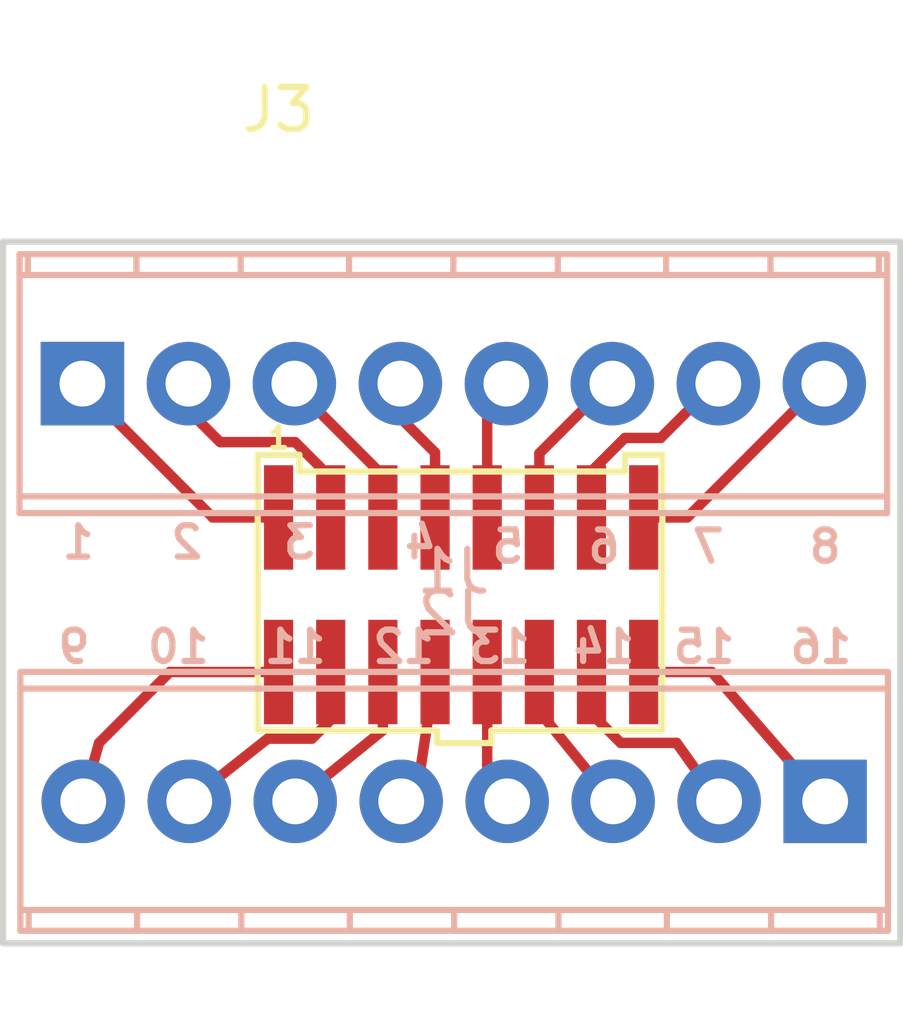
<source format=kicad_pcb>
(kicad_pcb (version 4) (host pcbnew 4.0.6)

  (general
    (links 16)
    (no_connects 0)
    (area 141.824999 98.324999 163.475001 115.275001)
    (thickness 1.6)
    (drawings 20)
    (tracks 44)
    (zones 0)
    (modules 3)
    (nets 17)
  )

  (page A4)
  (layers
    (0 F.Cu signal)
    (31 B.Cu signal)
    (32 B.Adhes user)
    (33 F.Adhes user)
    (34 B.Paste user)
    (35 F.Paste user)
    (36 B.SilkS user)
    (37 F.SilkS user)
    (38 B.Mask user)
    (39 F.Mask user)
    (40 Dwgs.User user)
    (41 Cmts.User user)
    (42 Eco1.User user)
    (43 Eco2.User user)
    (44 Edge.Cuts user)
    (45 Margin user)
    (46 B.CrtYd user)
    (47 F.CrtYd user)
    (48 B.Fab user)
    (49 F.Fab user)
  )

  (setup
    (last_trace_width 0.25)
    (trace_clearance 0.2)
    (zone_clearance 0.508)
    (zone_45_only no)
    (trace_min 0.2)
    (segment_width 0.2)
    (edge_width 0.15)
    (via_size 0.6)
    (via_drill 0.4)
    (via_min_size 0.4)
    (via_min_drill 0.3)
    (uvia_size 0.3)
    (uvia_drill 0.1)
    (uvias_allowed no)
    (uvia_min_size 0.2)
    (uvia_min_drill 0.1)
    (pcb_text_width 0.3)
    (pcb_text_size 1.5 1.5)
    (mod_edge_width 0.15)
    (mod_text_size 1 1)
    (mod_text_width 0.15)
    (pad_size 1.524 1.524)
    (pad_drill 0.762)
    (pad_to_mask_clearance 0.2)
    (aux_axis_origin 0 0)
    (visible_elements FFFFFF7F)
    (pcbplotparams
      (layerselection 0x00030_80000001)
      (usegerberextensions false)
      (excludeedgelayer true)
      (linewidth 0.100000)
      (plotframeref false)
      (viasonmask false)
      (mode 1)
      (useauxorigin false)
      (hpglpennumber 1)
      (hpglpenspeed 20)
      (hpglpendiameter 15)
      (hpglpenoverlay 2)
      (psnegative false)
      (psa4output false)
      (plotreference true)
      (plotvalue true)
      (plotinvisibletext false)
      (padsonsilk false)
      (subtractmaskfromsilk false)
      (outputformat 1)
      (mirror false)
      (drillshape 1)
      (scaleselection 1)
      (outputdirectory ""))
  )

  (net 0 "")
  (net 1 "Net-(J1-Pad4)")
  (net 2 "Net-(J1-Pad1)")
  (net 3 "Net-(J1-Pad2)")
  (net 4 "Net-(J1-Pad3)")
  (net 5 "Net-(J1-Pad5)")
  (net 6 "Net-(J1-Pad6)")
  (net 7 "Net-(J1-Pad7)")
  (net 8 "Net-(J1-Pad8)")
  (net 9 "Net-(J2-Pad4)")
  (net 10 "Net-(J2-Pad1)")
  (net 11 "Net-(J2-Pad2)")
  (net 12 "Net-(J2-Pad3)")
  (net 13 "Net-(J2-Pad5)")
  (net 14 "Net-(J2-Pad6)")
  (net 15 "Net-(J2-Pad7)")
  (net 16 "Net-(J2-Pad8)")

  (net_class Default "This is the default net class."
    (clearance 0.2)
    (trace_width 0.25)
    (via_dia 0.6)
    (via_drill 0.4)
    (uvia_dia 0.3)
    (uvia_drill 0.1)
    (add_net "Net-(J1-Pad1)")
    (add_net "Net-(J1-Pad2)")
    (add_net "Net-(J1-Pad3)")
    (add_net "Net-(J1-Pad4)")
    (add_net "Net-(J1-Pad5)")
    (add_net "Net-(J1-Pad6)")
    (add_net "Net-(J1-Pad7)")
    (add_net "Net-(J1-Pad8)")
    (add_net "Net-(J2-Pad1)")
    (add_net "Net-(J2-Pad2)")
    (add_net "Net-(J2-Pad3)")
    (add_net "Net-(J2-Pad4)")
    (add_net "Net-(J2-Pad5)")
    (add_net "Net-(J2-Pad6)")
    (add_net "Net-(J2-Pad7)")
    (add_net "Net-(J2-Pad8)")
  )

  (module Connectors_Terminal_Blocks:TerminalBlock_Pheonix_MPT-2.54mm_8pol (layer B.Cu) (tedit 0) (tstamp 598B7C5F)
    (at 143.8 101.8)
    (descr "8-way 2.54mm pitch terminal block, Phoenix MPT series")
    (path /598B6FA8)
    (fp_text reference J1 (at 8.89 4.50088) (layer B.SilkS)
      (effects (font (size 1 1) (thickness 0.15)) (justify mirror))
    )
    (fp_text value Screw_Terminal_1x08 (at 8.89 -4.50088) (layer B.Fab)
      (effects (font (size 1 1) (thickness 0.15)) (justify mirror))
    )
    (fp_line (start -1.778 3.302) (end 19.558 3.302) (layer B.CrtYd) (width 0.05))
    (fp_line (start -1.778 -3.302) (end -1.778 3.302) (layer B.CrtYd) (width 0.05))
    (fp_line (start 19.558 -3.302) (end -1.778 -3.302) (layer B.CrtYd) (width 0.05))
    (fp_line (start 19.558 3.302) (end 19.558 -3.302) (layer B.CrtYd) (width 0.05))
    (fp_line (start 19.28876 3.0988) (end -1.50876 3.0988) (layer B.SilkS) (width 0.15))
    (fp_line (start -1.50876 2.70002) (end 19.28876 2.70002) (layer B.SilkS) (width 0.15))
    (fp_line (start 19.28876 -3.0988) (end -1.50876 -3.0988) (layer B.SilkS) (width 0.15))
    (fp_line (start -1.50876 -2.60096) (end 19.28876 -2.60096) (layer B.SilkS) (width 0.15))
    (fp_line (start 8.89 -2.60096) (end 8.89 -3.0988) (layer B.SilkS) (width 0.15))
    (fp_line (start 16.48968 -2.60096) (end 16.48968 -3.0988) (layer B.SilkS) (width 0.15))
    (fp_line (start 13.99032 -2.60096) (end 13.99032 -3.0988) (layer B.SilkS) (width 0.15))
    (fp_line (start 11.3919 -2.60096) (end 11.3919 -3.0988) (layer B.SilkS) (width 0.15))
    (fp_line (start 6.39064 -2.60096) (end 6.39064 -3.0988) (layer B.SilkS) (width 0.15))
    (fp_line (start 3.79222 -2.60096) (end 3.79222 -3.0988) (layer B.SilkS) (width 0.15))
    (fp_line (start -1.3081 -3.0988) (end -1.3081 -2.60096) (layer B.SilkS) (width 0.15))
    (fp_line (start 19.0881 -2.60096) (end 19.0881 -3.0988) (layer B.SilkS) (width 0.15))
    (fp_line (start 1.2954 -3.0988) (end 1.2954 -2.60096) (layer B.SilkS) (width 0.15))
    (fp_line (start 19.28622 -3.0988) (end 19.28622 3.0988) (layer B.SilkS) (width 0.15))
    (fp_line (start -1.50622 3.0988) (end -1.50622 -3.0988) (layer B.SilkS) (width 0.15))
    (pad 4 thru_hole oval (at 7.62 0 180) (size 1.99898 1.99898) (drill 1.09728) (layers *.Cu *.Mask)
      (net 1 "Net-(J1-Pad4)"))
    (pad 1 thru_hole rect (at 0 0 180) (size 1.99898 1.99898) (drill 1.09728) (layers *.Cu *.Mask)
      (net 2 "Net-(J1-Pad1)"))
    (pad 2 thru_hole oval (at 2.54 0 180) (size 1.99898 1.99898) (drill 1.09728) (layers *.Cu *.Mask)
      (net 3 "Net-(J1-Pad2)"))
    (pad 3 thru_hole oval (at 5.08 0 180) (size 1.99898 1.99898) (drill 1.09728) (layers *.Cu *.Mask)
      (net 4 "Net-(J1-Pad3)"))
    (pad 5 thru_hole oval (at 10.16 0 180) (size 1.99898 1.99898) (drill 1.09728) (layers *.Cu *.Mask)
      (net 5 "Net-(J1-Pad5)"))
    (pad 6 thru_hole oval (at 12.7 0 180) (size 1.99898 1.99898) (drill 1.09728) (layers *.Cu *.Mask)
      (net 6 "Net-(J1-Pad6)"))
    (pad 7 thru_hole oval (at 15.24 0 180) (size 1.99898 1.99898) (drill 1.09728) (layers *.Cu *.Mask)
      (net 7 "Net-(J1-Pad7)"))
    (pad 8 thru_hole oval (at 17.78 0 180) (size 1.99898 1.99898) (drill 1.09728) (layers *.Cu *.Mask)
      (net 8 "Net-(J1-Pad8)"))
    (model Terminal_Blocks.3dshapes/TerminalBlock_Pheonix_MPT-2.54mm_8pol.wrl
      (at (xyz 0.35 0 0))
      (scale (xyz 1 1 1))
      (rotate (xyz 0 0 0))
    )
  )

  (module Connectors_Terminal_Blocks:TerminalBlock_Pheonix_MPT-2.54mm_8pol (layer B.Cu) (tedit 0) (tstamp 598B7C6B)
    (at 161.6 111.8 180)
    (descr "8-way 2.54mm pitch terminal block, Phoenix MPT series")
    (path /598B70D3)
    (fp_text reference J2 (at 8.89 4.50088 180) (layer B.SilkS)
      (effects (font (size 1 1) (thickness 0.15)) (justify mirror))
    )
    (fp_text value Screw_Terminal_1x08 (at 8.89 -4.50088 180) (layer B.Fab)
      (effects (font (size 1 1) (thickness 0.15)) (justify mirror))
    )
    (fp_line (start -1.778 3.302) (end 19.558 3.302) (layer B.CrtYd) (width 0.05))
    (fp_line (start -1.778 -3.302) (end -1.778 3.302) (layer B.CrtYd) (width 0.05))
    (fp_line (start 19.558 -3.302) (end -1.778 -3.302) (layer B.CrtYd) (width 0.05))
    (fp_line (start 19.558 3.302) (end 19.558 -3.302) (layer B.CrtYd) (width 0.05))
    (fp_line (start 19.28876 3.0988) (end -1.50876 3.0988) (layer B.SilkS) (width 0.15))
    (fp_line (start -1.50876 2.70002) (end 19.28876 2.70002) (layer B.SilkS) (width 0.15))
    (fp_line (start 19.28876 -3.0988) (end -1.50876 -3.0988) (layer B.SilkS) (width 0.15))
    (fp_line (start -1.50876 -2.60096) (end 19.28876 -2.60096) (layer B.SilkS) (width 0.15))
    (fp_line (start 8.89 -2.60096) (end 8.89 -3.0988) (layer B.SilkS) (width 0.15))
    (fp_line (start 16.48968 -2.60096) (end 16.48968 -3.0988) (layer B.SilkS) (width 0.15))
    (fp_line (start 13.99032 -2.60096) (end 13.99032 -3.0988) (layer B.SilkS) (width 0.15))
    (fp_line (start 11.3919 -2.60096) (end 11.3919 -3.0988) (layer B.SilkS) (width 0.15))
    (fp_line (start 6.39064 -2.60096) (end 6.39064 -3.0988) (layer B.SilkS) (width 0.15))
    (fp_line (start 3.79222 -2.60096) (end 3.79222 -3.0988) (layer B.SilkS) (width 0.15))
    (fp_line (start -1.3081 -3.0988) (end -1.3081 -2.60096) (layer B.SilkS) (width 0.15))
    (fp_line (start 19.0881 -2.60096) (end 19.0881 -3.0988) (layer B.SilkS) (width 0.15))
    (fp_line (start 1.2954 -3.0988) (end 1.2954 -2.60096) (layer B.SilkS) (width 0.15))
    (fp_line (start 19.28622 -3.0988) (end 19.28622 3.0988) (layer B.SilkS) (width 0.15))
    (fp_line (start -1.50622 3.0988) (end -1.50622 -3.0988) (layer B.SilkS) (width 0.15))
    (pad 4 thru_hole oval (at 7.62 0) (size 1.99898 1.99898) (drill 1.09728) (layers *.Cu *.Mask)
      (net 9 "Net-(J2-Pad4)"))
    (pad 1 thru_hole rect (at 0 0) (size 1.99898 1.99898) (drill 1.09728) (layers *.Cu *.Mask)
      (net 10 "Net-(J2-Pad1)"))
    (pad 2 thru_hole oval (at 2.54 0) (size 1.99898 1.99898) (drill 1.09728) (layers *.Cu *.Mask)
      (net 11 "Net-(J2-Pad2)"))
    (pad 3 thru_hole oval (at 5.08 0) (size 1.99898 1.99898) (drill 1.09728) (layers *.Cu *.Mask)
      (net 12 "Net-(J2-Pad3)"))
    (pad 5 thru_hole oval (at 10.16 0) (size 1.99898 1.99898) (drill 1.09728) (layers *.Cu *.Mask)
      (net 13 "Net-(J2-Pad5)"))
    (pad 6 thru_hole oval (at 12.7 0) (size 1.99898 1.99898) (drill 1.09728) (layers *.Cu *.Mask)
      (net 14 "Net-(J2-Pad6)"))
    (pad 7 thru_hole oval (at 15.24 0) (size 1.99898 1.99898) (drill 1.09728) (layers *.Cu *.Mask)
      (net 15 "Net-(J2-Pad7)"))
    (pad 8 thru_hole oval (at 17.78 0) (size 1.99898 1.99898) (drill 1.09728) (layers *.Cu *.Mask)
      (net 16 "Net-(J2-Pad8)"))
    (model Terminal_Blocks.3dshapes/TerminalBlock_Pheonix_MPT-2.54mm_8pol.wrl
      (at (xyz 0.35 0 0))
      (scale (xyz 1 1 1))
      (rotate (xyz 0 0 0))
    )
  )

  (module MyConnectors:Gecko16Pin_SMD_Female (layer F.Cu) (tedit 598B7832) (tstamp 598B7C90)
    (at 148.5011 105.0036)
    (path /598B6F8C)
    (fp_text reference J3 (at 0 -9.76) (layer F.SilkS)
      (effects (font (size 1 1) (thickness 0.15)))
    )
    (fp_text value CONN_01X16 (at 0 -11.54) (layer F.Fab)
      (effects (font (size 1 1) (thickness 0.15)))
    )
    (fp_line (start 5.1 5.1) (end 9.2 5.1) (layer F.SilkS) (width 0.15))
    (fp_line (start 3.8 5.1) (end -0.5 5.1) (layer F.SilkS) (width 0.15))
    (fp_line (start 3.8 5.1) (end 3.8 5.4) (layer F.SilkS) (width 0.15))
    (fp_line (start 3.8 5.4) (end 5.1 5.4) (layer F.SilkS) (width 0.15))
    (fp_line (start 5.1 5.4) (end 5.1 5.1) (layer F.SilkS) (width 0.15))
    (fp_text user 1 (at 0 -1.9) (layer F.SilkS)
      (effects (font (size 0.5 0.5) (thickness 0.125)))
    )
    (fp_line (start 8.3 -1.1) (end 8 -1.1) (layer F.SilkS) (width 0.15))
    (fp_line (start 8 -1.1) (end 0.5 -1.1) (layer F.SilkS) (width 0.15))
    (fp_line (start -0.5 -1.1) (end -0.5 5) (layer F.SilkS) (width 0.15))
    (fp_line (start -0.5 5) (end -0.5 5.1) (layer F.SilkS) (width 0.15))
    (fp_line (start 9.2 5.1) (end 9.2 -1.1) (layer F.SilkS) (width 0.15))
    (fp_line (start 8.3 -1.1) (end 8.3 -1.5) (layer F.SilkS) (width 0.15))
    (fp_line (start 8.3 -1.5) (end 9.2 -1.5) (layer F.SilkS) (width 0.15))
    (fp_line (start 9.2 -1.5) (end 9.2 -1.1) (layer F.SilkS) (width 0.15))
    (fp_line (start -0.5 -1.1) (end -0.5 -1.5) (layer F.SilkS) (width 0.15))
    (fp_line (start -0.5 -1.5) (end 0.5 -1.5) (layer F.SilkS) (width 0.15))
    (fp_line (start 0.5 -1.5) (end 0.5 -1.1) (layer F.SilkS) (width 0.15))
    (pad 1 smd rect (at 0 0) (size 0.7 2.5) (layers F.Cu F.Paste F.Mask)
      (net 2 "Net-(J1-Pad1)"))
    (pad 2 smd rect (at 1.25 0) (size 0.7 2.5) (layers F.Cu F.Paste F.Mask)
      (net 3 "Net-(J1-Pad2)"))
    (pad 3 smd rect (at 2.5 0) (size 0.7 2.5) (layers F.Cu F.Paste F.Mask)
      (net 4 "Net-(J1-Pad3)"))
    (pad 4 smd rect (at 3.75 0) (size 0.7 2.5) (layers F.Cu F.Paste F.Mask)
      (net 1 "Net-(J1-Pad4)"))
    (pad 5 smd rect (at 5 0) (size 0.7 2.5) (layers F.Cu F.Paste F.Mask)
      (net 5 "Net-(J1-Pad5)"))
    (pad 6 smd rect (at 6.25 0) (size 0.7 2.5) (layers F.Cu F.Paste F.Mask)
      (net 6 "Net-(J1-Pad6)"))
    (pad 7 smd rect (at 7.5 0) (size 0.7 2.5) (layers F.Cu F.Paste F.Mask)
      (net 7 "Net-(J1-Pad7)"))
    (pad 8 smd rect (at 8.75 0) (size 0.7 2.5) (layers F.Cu F.Paste F.Mask)
      (net 8 "Net-(J1-Pad8)"))
    (pad 9 smd rect (at 0 3.7) (size 0.7 2.5) (layers F.Cu F.Paste F.Mask)
      (net 16 "Net-(J2-Pad8)"))
    (pad 10 smd rect (at 1.25 3.7) (size 0.7 2.5) (layers F.Cu F.Paste F.Mask)
      (net 15 "Net-(J2-Pad7)"))
    (pad 11 smd rect (at 2.5 3.7) (size 0.7 2.5) (layers F.Cu F.Paste F.Mask)
      (net 14 "Net-(J2-Pad6)"))
    (pad 12 smd rect (at 3.75 3.7) (size 0.7 2.5) (layers F.Cu F.Paste F.Mask)
      (net 13 "Net-(J2-Pad5)"))
    (pad 13 smd rect (at 5 3.7) (size 0.7 2.5) (layers F.Cu F.Paste F.Mask)
      (net 9 "Net-(J2-Pad4)"))
    (pad 14 smd rect (at 6.25 3.7) (size 0.7 2.5) (layers F.Cu F.Paste F.Mask)
      (net 12 "Net-(J2-Pad3)"))
    (pad 15 smd rect (at 7.5 3.7) (size 0.7 2.5) (layers F.Cu F.Paste F.Mask)
      (net 11 "Net-(J2-Pad2)"))
    (pad 16 smd rect (at 8.75 3.7) (size 0.7 2.5) (layers F.Cu F.Paste F.Mask)
      (net 10 "Net-(J2-Pad1)"))
  )

  (gr_text 16 (at 161.5 108.1) (layer B.SilkS)
    (effects (font (size 0.75 0.75) (thickness 0.15)) (justify mirror))
  )
  (gr_text 15 (at 158.7 108.1) (layer B.SilkS)
    (effects (font (size 0.75 0.75) (thickness 0.15)) (justify mirror))
  )
  (gr_text 14 (at 156.3 108.1) (layer B.SilkS)
    (effects (font (size 0.75 0.75) (thickness 0.15)) (justify mirror))
  )
  (gr_text 13 (at 153.8 108.1) (layer B.SilkS)
    (effects (font (size 0.75 0.75) (thickness 0.15)) (justify mirror))
  )
  (gr_text 12 (at 151.5 108.1) (layer B.SilkS)
    (effects (font (size 0.75 0.75) (thickness 0.15)) (justify mirror))
  )
  (gr_text 11 (at 148.9 108.1) (layer B.SilkS)
    (effects (font (size 0.75 0.75) (thickness 0.15)) (justify mirror))
  )
  (gr_text "10\n" (at 146.1 108.1) (layer B.SilkS)
    (effects (font (size 0.75 0.75) (thickness 0.15)) (justify mirror))
  )
  (gr_text "9\n" (at 143.6 108.1) (layer B.SilkS)
    (effects (font (size 0.75 0.75) (thickness 0.15)) (justify mirror))
  )
  (gr_text "8\n" (at 161.6 105.7) (layer B.SilkS)
    (effects (font (size 0.75 0.75) (thickness 0.15)) (justify mirror))
  )
  (gr_text 7 (at 158.8 105.7) (layer B.SilkS)
    (effects (font (size 0.75 0.75) (thickness 0.15)) (justify mirror))
  )
  (gr_text 6 (at 156.3 105.7) (layer B.SilkS)
    (effects (font (size 0.75 0.75) (thickness 0.15)) (justify mirror))
  )
  (gr_text 5 (at 154 105.7) (layer B.SilkS)
    (effects (font (size 0.75 0.75) (thickness 0.15)) (justify mirror))
  )
  (gr_text 4 (at 151.9 105.6) (layer B.SilkS)
    (effects (font (size 0.75 0.75) (thickness 0.15)) (justify mirror))
  )
  (gr_text 2 (at 146.3 105.6) (layer B.SilkS)
    (effects (font (size 0.75 0.75) (thickness 0.15)) (justify mirror))
  )
  (gr_text 1 (at 143.7 105.6) (layer B.SilkS)
    (effects (font (size 0.75 0.75) (thickness 0.15)) (justify mirror))
  )
  (gr_text 3 (at 149 105.6) (layer B.SilkS)
    (effects (font (size 0.75 0.75) (thickness 0.15)) (justify mirror))
  )
  (gr_line (start 141.9 98.4) (end 163.4 98.4) (angle 90) (layer Edge.Cuts) (width 0.15))
  (gr_line (start 141.9 115.2) (end 141.9 98.4) (angle 90) (layer Edge.Cuts) (width 0.15))
  (gr_line (start 163.4 115.2) (end 141.9 115.2) (angle 90) (layer Edge.Cuts) (width 0.15))
  (gr_line (start 163.4 98.4) (end 163.4 115.2) (angle 90) (layer Edge.Cuts) (width 0.15))

  (segment (start 152.2511 103.4511) (end 152.2511 105.0036) (width 0.25) (layer F.Cu) (net 1) (tstamp 598B7D1F))
  (segment (start 151.34 101.8) (end 151.34 102.54) (width 0.25) (layer F.Cu) (net 1))
  (segment (start 151.34 102.54) (end 152.2511 103.4511) (width 0.25) (layer F.Cu) (net 1) (tstamp 598B7D1E))
  (segment (start 148.5011 105.0036) (end 146.9236 105.0036) (width 0.25) (layer F.Cu) (net 2))
  (segment (start 146.9236 105.0036) (end 143.72 101.8) (width 0.25) (layer F.Cu) (net 2) (tstamp 598B7D0F))
  (segment (start 148.9 103.2) (end 149.7511 104.0511) (width 0.25) (layer F.Cu) (net 3) (tstamp 598B7D16))
  (segment (start 149.7511 104.0511) (end 149.7511 105.0036) (width 0.25) (layer F.Cu) (net 3) (tstamp 598B7D17))
  (segment (start 146.26 101.8) (end 146.26 102.36) (width 0.25) (layer F.Cu) (net 3))
  (segment (start 146.26 102.36) (end 147.1 103.2) (width 0.25) (layer F.Cu) (net 3) (tstamp 598B7D14))
  (segment (start 147.1 103.2) (end 148.9 103.2) (width 0.25) (layer F.Cu) (net 3) (tstamp 598B7D15))
  (segment (start 151.0011 105.0036) (end 151.0011 104.0011) (width 0.25) (layer F.Cu) (net 4))
  (segment (start 151.0011 104.0011) (end 148.8 101.8) (width 0.25) (layer F.Cu) (net 4) (tstamp 598B7D1A))
  (segment (start 153.5011 102.1789) (end 153.88 101.8) (width 0.25) (layer F.Cu) (net 5) (tstamp 598B7D22))
  (segment (start 153.5011 105.0036) (end 153.5011 102.1789) (width 0.25) (layer F.Cu) (net 5))
  (segment (start 154.7511 103.4689) (end 156.42 101.8) (width 0.25) (layer F.Cu) (net 6) (tstamp 598B7D25))
  (segment (start 154.7511 105.0036) (end 154.7511 103.4689) (width 0.25) (layer F.Cu) (net 6))
  (segment (start 157.66 103.1) (end 158.96 101.8) (width 0.25) (layer F.Cu) (net 7) (tstamp 598B7D2B))
  (segment (start 156.0011 105.0036) (end 156.0011 103.8989) (width 0.25) (layer F.Cu) (net 7))
  (segment (start 156.0011 103.8989) (end 156.8 103.1) (width 0.25) (layer F.Cu) (net 7) (tstamp 598B7D29))
  (segment (start 156.8 103.1) (end 157.66 103.1) (width 0.25) (layer F.Cu) (net 7) (tstamp 598B7D2A))
  (segment (start 158.2964 105.0036) (end 161.5 101.8) (width 0.25) (layer F.Cu) (net 8) (tstamp 598B7D2E))
  (segment (start 157.2511 105.0036) (end 158.2964 105.0036) (width 0.25) (layer F.Cu) (net 8))
  (segment (start 153.5011 108.7036) (end 153.5011 110.9411) (width 0.25) (layer F.Cu) (net 9))
  (segment (start 153.5011 110.9411) (end 153.96 111.8) (width 0.25) (layer F.Cu) (net 9) (tstamp 598B7D46) (status 20))
  (segment (start 157.2511 108.7036) (end 158.8836 108.7036) (width 0.25) (layer F.Cu) (net 10))
  (segment (start 158.8836 108.7036) (end 161.58 111.8) (width 0.25) (layer F.Cu) (net 10) (tstamp 598B7D52) (status 20))
  (segment (start 156.0011 108.7036) (end 156.0011 109.7011) (width 0.25) (layer F.Cu) (net 11))
  (segment (start 156.0011 109.7011) (end 156.7 110.4) (width 0.25) (layer F.Cu) (net 11) (tstamp 598B7D4C))
  (segment (start 156.7 110.4) (end 158.04 110.4) (width 0.25) (layer F.Cu) (net 11) (tstamp 598B7D4D))
  (segment (start 158.04 110.4) (end 159.04 111.8) (width 0.25) (layer F.Cu) (net 11) (tstamp 598B7D4E) (status 20))
  (segment (start 154.7511 108.7036) (end 154.7511 109.6511) (width 0.25) (layer F.Cu) (net 12))
  (segment (start 154.7511 109.6511) (end 156.5 111.8) (width 0.25) (layer F.Cu) (net 12) (tstamp 598B7D49) (status 20))
  (segment (start 152.2511 108.7036) (end 151.8511 111.3689) (width 0.25) (layer F.Cu) (net 13) (status 20))
  (segment (start 151.8511 111.3689) (end 151.42 111.8) (width 0.25) (layer F.Cu) (net 13) (tstamp 598B7D43) (status 30))
  (segment (start 148.88 111.8) (end 148.9 111.8) (width 0.25) (layer F.Cu) (net 14) (status 30))
  (segment (start 148.9 111.8) (end 151.0011 110.0989) (width 0.25) (layer F.Cu) (net 14) (tstamp 598B7D3E) (status 10))
  (segment (start 151.0011 110.0989) (end 151.0011 108.7036) (width 0.25) (layer F.Cu) (net 14) (tstamp 598B7D3F))
  (segment (start 148.24 110.3) (end 146.34 111.8) (width 0.25) (layer F.Cu) (net 15) (tstamp 598B7D3A) (status 20))
  (segment (start 149.3 110.3) (end 148.24 110.3) (width 0.25) (layer F.Cu) (net 15) (tstamp 598B7D39))
  (segment (start 149.7511 108.7036) (end 149.7511 109.8489) (width 0.25) (layer F.Cu) (net 15))
  (segment (start 149.7511 109.8489) (end 149.3 110.3) (width 0.25) (layer F.Cu) (net 15) (tstamp 598B7D38))
  (segment (start 144.2 110.4) (end 143.8 111.8) (width 0.25) (layer F.Cu) (net 16) (tstamp 598B7D34) (status 20))
  (segment (start 145.8964 108.7036) (end 144.2 110.4) (width 0.25) (layer F.Cu) (net 16) (tstamp 598B7D32))
  (segment (start 148.5011 108.7036) (end 145.8964 108.7036) (width 0.25) (layer F.Cu) (net 16))

)

</source>
